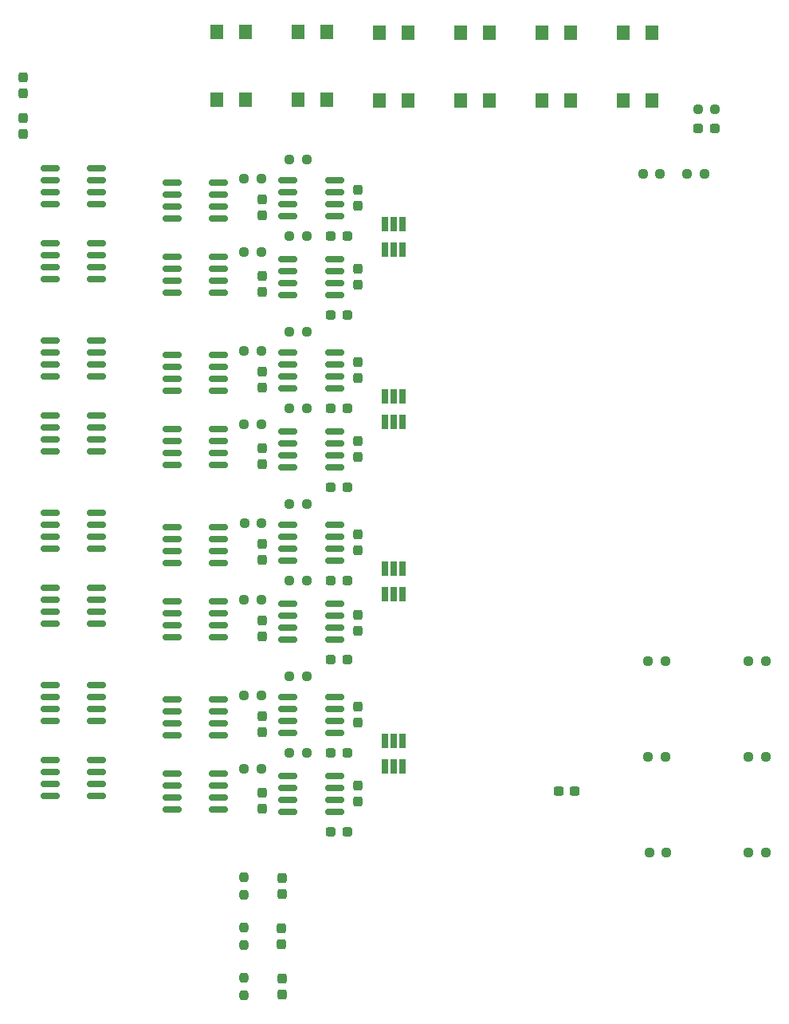
<source format=gtp>
G04 #@! TF.GenerationSoftware,KiCad,Pcbnew,7.0.7*
G04 #@! TF.CreationDate,2024-04-12T20:50:38-05:00*
G04 #@! TF.ProjectId,Science_Actuation,53636965-6e63-4655-9f41-637475617469,rev?*
G04 #@! TF.SameCoordinates,Original*
G04 #@! TF.FileFunction,Paste,Top*
G04 #@! TF.FilePolarity,Positive*
%FSLAX46Y46*%
G04 Gerber Fmt 4.6, Leading zero omitted, Abs format (unit mm)*
G04 Created by KiCad (PCBNEW 7.0.7) date 2024-04-12 20:50:38*
%MOMM*%
%LPD*%
G01*
G04 APERTURE LIST*
G04 Aperture macros list*
%AMRoundRect*
0 Rectangle with rounded corners*
0 $1 Rounding radius*
0 $2 $3 $4 $5 $6 $7 $8 $9 X,Y pos of 4 corners*
0 Add a 4 corners polygon primitive as box body*
4,1,4,$2,$3,$4,$5,$6,$7,$8,$9,$2,$3,0*
0 Add four circle primitives for the rounded corners*
1,1,$1+$1,$2,$3*
1,1,$1+$1,$4,$5*
1,1,$1+$1,$6,$7*
1,1,$1+$1,$8,$9*
0 Add four rect primitives between the rounded corners*
20,1,$1+$1,$2,$3,$4,$5,0*
20,1,$1+$1,$4,$5,$6,$7,0*
20,1,$1+$1,$6,$7,$8,$9,0*
20,1,$1+$1,$8,$9,$2,$3,0*%
G04 Aperture macros list end*
%ADD10R,0.650000X1.560000*%
%ADD11RoundRect,0.237500X-0.287500X-0.237500X0.287500X-0.237500X0.287500X0.237500X-0.287500X0.237500X0*%
%ADD12R,1.400000X1.600000*%
%ADD13RoundRect,0.237500X0.237500X-0.300000X0.237500X0.300000X-0.237500X0.300000X-0.237500X-0.300000X0*%
%ADD14RoundRect,0.237500X-0.250000X-0.237500X0.250000X-0.237500X0.250000X0.237500X-0.250000X0.237500X0*%
%ADD15RoundRect,0.150000X0.825000X0.150000X-0.825000X0.150000X-0.825000X-0.150000X0.825000X-0.150000X0*%
%ADD16RoundRect,0.237500X0.287500X0.237500X-0.287500X0.237500X-0.287500X-0.237500X0.287500X-0.237500X0*%
%ADD17RoundRect,0.237500X-0.237500X0.287500X-0.237500X-0.287500X0.237500X-0.287500X0.237500X0.287500X0*%
%ADD18RoundRect,0.237500X-0.237500X0.250000X-0.237500X-0.250000X0.237500X-0.250000X0.237500X0.250000X0*%
%ADD19RoundRect,0.237500X0.250000X0.237500X-0.250000X0.237500X-0.250000X-0.237500X0.250000X-0.237500X0*%
%ADD20RoundRect,0.237500X-0.237500X0.300000X-0.237500X-0.300000X0.237500X-0.300000X0.237500X0.300000X0*%
%ADD21RoundRect,0.237500X0.300000X0.237500X-0.300000X0.237500X-0.300000X-0.237500X0.300000X-0.237500X0*%
G04 APERTURE END LIST*
D10*
X127230297Y-82296000D03*
X126280297Y-82296000D03*
X125330297Y-82296000D03*
X125330297Y-84996000D03*
X126280297Y-84996000D03*
X127230297Y-84996000D03*
D11*
X119563297Y-65278000D03*
X121313297Y-65278000D03*
D12*
X124780297Y-50844000D03*
X124780297Y-43644000D03*
X127780297Y-50844000D03*
X127780297Y-43644000D03*
D13*
X112310297Y-107796500D03*
X112310297Y-106071500D03*
D14*
X153307797Y-110363000D03*
X155132797Y-110363000D03*
D15*
X119992297Y-99695000D03*
X119992297Y-98425000D03*
X119992297Y-97155000D03*
X119992297Y-95885000D03*
X115042297Y-95885000D03*
X115042297Y-97155000D03*
X115042297Y-98425000D03*
X115042297Y-99695000D03*
D13*
X112310297Y-71220500D03*
X112310297Y-69495500D03*
D16*
X160387000Y-53848000D03*
X158637000Y-53848000D03*
D14*
X153411297Y-130683000D03*
X155236297Y-130683000D03*
D15*
X107673297Y-107823000D03*
X107673297Y-106553000D03*
X107673297Y-105283000D03*
X107673297Y-104013000D03*
X102723297Y-104013000D03*
X102723297Y-105283000D03*
X102723297Y-106553000D03*
X102723297Y-107823000D03*
X119992297Y-71501000D03*
X119992297Y-70231000D03*
X119992297Y-68961000D03*
X119992297Y-67691000D03*
X115042297Y-67691000D03*
X115042297Y-68961000D03*
X115042297Y-70231000D03*
X115042297Y-71501000D03*
X94719297Y-98425000D03*
X94719297Y-97155000D03*
X94719297Y-95885000D03*
X94719297Y-94615000D03*
X89769297Y-94615000D03*
X89769297Y-95885000D03*
X89769297Y-97155000D03*
X89769297Y-98425000D03*
X94719297Y-124714000D03*
X94719297Y-123444000D03*
X94719297Y-122174000D03*
X94719297Y-120904000D03*
X89769297Y-120904000D03*
X89769297Y-122174000D03*
X89769297Y-123444000D03*
X89769297Y-124714000D03*
D17*
X114402000Y-133378000D03*
X114402000Y-135128000D03*
D18*
X110338000Y-133340500D03*
X110338000Y-135165500D03*
D10*
X127230297Y-100584000D03*
X126280297Y-100584000D03*
X125330297Y-100584000D03*
X125330297Y-103284000D03*
X126280297Y-103284000D03*
X127230297Y-103284000D03*
D15*
X119992297Y-108077000D03*
X119992297Y-106807000D03*
X119992297Y-105537000D03*
X119992297Y-104267000D03*
X115042297Y-104267000D03*
X115042297Y-105537000D03*
X115042297Y-106807000D03*
X115042297Y-108077000D03*
D13*
X112310297Y-89508500D03*
X112310297Y-87783500D03*
D19*
X117032797Y-75438000D03*
X115207797Y-75438000D03*
D20*
X86910297Y-48413500D03*
X86910297Y-50138500D03*
D19*
X112206797Y-121793000D03*
X110381797Y-121793000D03*
D10*
X127230297Y-64008000D03*
X126280297Y-64008000D03*
X125330297Y-64008000D03*
X125330297Y-66708000D03*
X126280297Y-66708000D03*
X127230297Y-66708000D03*
D12*
X107508297Y-50800000D03*
X107508297Y-43600000D03*
X110508297Y-50800000D03*
X110508297Y-43600000D03*
D13*
X86910297Y-54456500D03*
X86910297Y-52731500D03*
D10*
X127230297Y-118872000D03*
X126280297Y-118872000D03*
X125330297Y-118872000D03*
X125330297Y-121572000D03*
X126280297Y-121572000D03*
X127230297Y-121572000D03*
D13*
X122470297Y-88746500D03*
X122470297Y-87021500D03*
D19*
X117032797Y-112014000D03*
X115207797Y-112014000D03*
D15*
X94719297Y-116713000D03*
X94719297Y-115443000D03*
X94719297Y-114173000D03*
X94719297Y-112903000D03*
X89769297Y-112903000D03*
X89769297Y-114173000D03*
X89769297Y-115443000D03*
X89769297Y-116713000D03*
X107673297Y-81661000D03*
X107673297Y-80391000D03*
X107673297Y-79121000D03*
X107673297Y-77851000D03*
X102723297Y-77851000D03*
X102723297Y-79121000D03*
X102723297Y-80391000D03*
X102723297Y-81661000D03*
X107673297Y-99949000D03*
X107673297Y-98679000D03*
X107673297Y-97409000D03*
X107673297Y-96139000D03*
X102723297Y-96139000D03*
X102723297Y-97409000D03*
X102723297Y-98679000D03*
X102723297Y-99949000D03*
D19*
X165800797Y-110363000D03*
X163975797Y-110363000D03*
D11*
X119563297Y-120142000D03*
X121313297Y-120142000D03*
D15*
X94719297Y-69850000D03*
X94719297Y-68580000D03*
X94719297Y-67310000D03*
X94719297Y-66040000D03*
X89769297Y-66040000D03*
X89769297Y-67310000D03*
X89769297Y-68580000D03*
X89769297Y-69850000D03*
X119992297Y-126365000D03*
X119992297Y-125095000D03*
X119992297Y-123825000D03*
X119992297Y-122555000D03*
X115042297Y-122555000D03*
X115042297Y-123825000D03*
X115042297Y-125095000D03*
X115042297Y-126365000D03*
D14*
X157433000Y-58674000D03*
X159258000Y-58674000D03*
D18*
X110338000Y-138674500D03*
X110338000Y-140499500D03*
D15*
X107673297Y-89535000D03*
X107673297Y-88265000D03*
X107673297Y-86995000D03*
X107673297Y-85725000D03*
X102723297Y-85725000D03*
X102723297Y-86995000D03*
X102723297Y-88265000D03*
X102723297Y-89535000D03*
D13*
X122470297Y-80364500D03*
X122470297Y-78639500D03*
D15*
X107673297Y-118237000D03*
X107673297Y-116967000D03*
X107673297Y-115697000D03*
X107673297Y-114427000D03*
X102723297Y-114427000D03*
X102723297Y-115697000D03*
X102723297Y-116967000D03*
X102723297Y-118237000D03*
X94719297Y-88138000D03*
X94719297Y-86868000D03*
X94719297Y-85598000D03*
X94719297Y-84328000D03*
X89769297Y-84328000D03*
X89769297Y-85598000D03*
X89769297Y-86868000D03*
X89769297Y-88138000D03*
D19*
X154582500Y-58674000D03*
X152757500Y-58674000D03*
D12*
X150688297Y-50844000D03*
X150688297Y-43644000D03*
X153688297Y-50844000D03*
X153688297Y-43644000D03*
D15*
X119992297Y-81407000D03*
X119992297Y-80137000D03*
X119992297Y-78867000D03*
X119992297Y-77597000D03*
X115042297Y-77597000D03*
X115042297Y-78867000D03*
X115042297Y-80137000D03*
X115042297Y-81407000D03*
X94719297Y-61849000D03*
X94719297Y-60579000D03*
X94719297Y-59309000D03*
X94719297Y-58039000D03*
X89769297Y-58039000D03*
X89769297Y-59309000D03*
X89769297Y-60579000D03*
X89769297Y-61849000D03*
D13*
X122470297Y-107161500D03*
X122470297Y-105436500D03*
D17*
X114402000Y-144046000D03*
X114402000Y-145796000D03*
D19*
X112206797Y-85217000D03*
X110381797Y-85217000D03*
D15*
X107673297Y-71247000D03*
X107673297Y-69977000D03*
X107673297Y-68707000D03*
X107673297Y-67437000D03*
X102723297Y-67437000D03*
X102723297Y-68707000D03*
X102723297Y-69977000D03*
X102723297Y-71247000D03*
D19*
X117032797Y-57150000D03*
X115207797Y-57150000D03*
D11*
X119577297Y-101854000D03*
X121327297Y-101854000D03*
D13*
X112310297Y-99668500D03*
X112310297Y-97943500D03*
D12*
X116120297Y-50800000D03*
X116120297Y-43600000D03*
X119120297Y-50800000D03*
X119120297Y-43600000D03*
D11*
X119563297Y-110236000D03*
X121313297Y-110236000D03*
D15*
X119992297Y-89789000D03*
X119992297Y-88519000D03*
X119992297Y-87249000D03*
X119992297Y-85979000D03*
X115042297Y-85979000D03*
X115042297Y-87249000D03*
X115042297Y-88519000D03*
X115042297Y-89789000D03*
X119992297Y-117983000D03*
X119992297Y-116713000D03*
X119992297Y-115443000D03*
X119992297Y-114173000D03*
X115042297Y-114173000D03*
X115042297Y-115443000D03*
X115042297Y-116713000D03*
X115042297Y-117983000D03*
D19*
X165800797Y-130683000D03*
X163975797Y-130683000D03*
D15*
X107673297Y-63373000D03*
X107673297Y-62103000D03*
X107673297Y-60833000D03*
X107673297Y-59563000D03*
X102723297Y-59563000D03*
X102723297Y-60833000D03*
X102723297Y-62103000D03*
X102723297Y-63373000D03*
D13*
X122470297Y-98626000D03*
X122470297Y-96901000D03*
D19*
X112230297Y-95758000D03*
X110405297Y-95758000D03*
D12*
X133416297Y-50844000D03*
X133416297Y-43644000D03*
X136416297Y-50844000D03*
X136416297Y-43644000D03*
D11*
X119563297Y-128524000D03*
X121313297Y-128524000D03*
X119577297Y-83566000D03*
X121327297Y-83566000D03*
D15*
X119992297Y-63119000D03*
X119992297Y-61849000D03*
X119992297Y-60579000D03*
X119992297Y-59309000D03*
X115042297Y-59309000D03*
X115042297Y-60579000D03*
X115042297Y-61849000D03*
X115042297Y-63119000D03*
D19*
X117032797Y-83566000D03*
X115207797Y-83566000D03*
X117032797Y-65278000D03*
X115207797Y-65278000D03*
X112206797Y-59182000D03*
X110381797Y-59182000D03*
X117032797Y-101854000D03*
X115207797Y-101854000D03*
D15*
X94719297Y-106426000D03*
X94719297Y-105156000D03*
X94719297Y-103886000D03*
X94719297Y-102616000D03*
X89769297Y-102616000D03*
X89769297Y-103886000D03*
X89769297Y-105156000D03*
X89769297Y-106426000D03*
D19*
X112206797Y-66929000D03*
X110381797Y-66929000D03*
D13*
X122470297Y-62076500D03*
X122470297Y-60351500D03*
D19*
X112206797Y-103886000D03*
X110381797Y-103886000D03*
D15*
X107673297Y-126111000D03*
X107673297Y-124841000D03*
X107673297Y-123571000D03*
X107673297Y-122301000D03*
X102723297Y-122301000D03*
X102723297Y-123571000D03*
X102723297Y-124841000D03*
X102723297Y-126111000D03*
D13*
X112310297Y-81380500D03*
X112310297Y-79655500D03*
D18*
X110338000Y-144008500D03*
X110338000Y-145833500D03*
D19*
X112206797Y-114046000D03*
X110381797Y-114046000D03*
D13*
X122470297Y-70458500D03*
X122470297Y-68733500D03*
X112310297Y-126084500D03*
X112310297Y-124359500D03*
D19*
X117032797Y-93726000D03*
X115207797Y-93726000D03*
D12*
X142052297Y-50844000D03*
X142052297Y-43644000D03*
X145052297Y-50844000D03*
X145052297Y-43644000D03*
D13*
X112310297Y-117956500D03*
X112310297Y-116231500D03*
D19*
X117032797Y-120142000D03*
X115207797Y-120142000D03*
X165800797Y-120586500D03*
X163975797Y-120586500D03*
X112206797Y-77470000D03*
X110381797Y-77470000D03*
D11*
X119577297Y-91948000D03*
X121327297Y-91948000D03*
D17*
X114289000Y-138712000D03*
X114289000Y-140462000D03*
D14*
X153307797Y-120586500D03*
X155132797Y-120586500D03*
D21*
X145515500Y-124206000D03*
X143790500Y-124206000D03*
D13*
X122470297Y-116940500D03*
X122470297Y-115215500D03*
X112310297Y-63092500D03*
X112310297Y-61367500D03*
D15*
X94719297Y-80137000D03*
X94719297Y-78867000D03*
X94719297Y-77597000D03*
X94719297Y-76327000D03*
X89769297Y-76327000D03*
X89769297Y-77597000D03*
X89769297Y-78867000D03*
X89769297Y-80137000D03*
D11*
X119563297Y-73660000D03*
X121313297Y-73660000D03*
D19*
X160424500Y-51816000D03*
X158599500Y-51816000D03*
D13*
X122470297Y-125322500D03*
X122470297Y-123597500D03*
M02*

</source>
